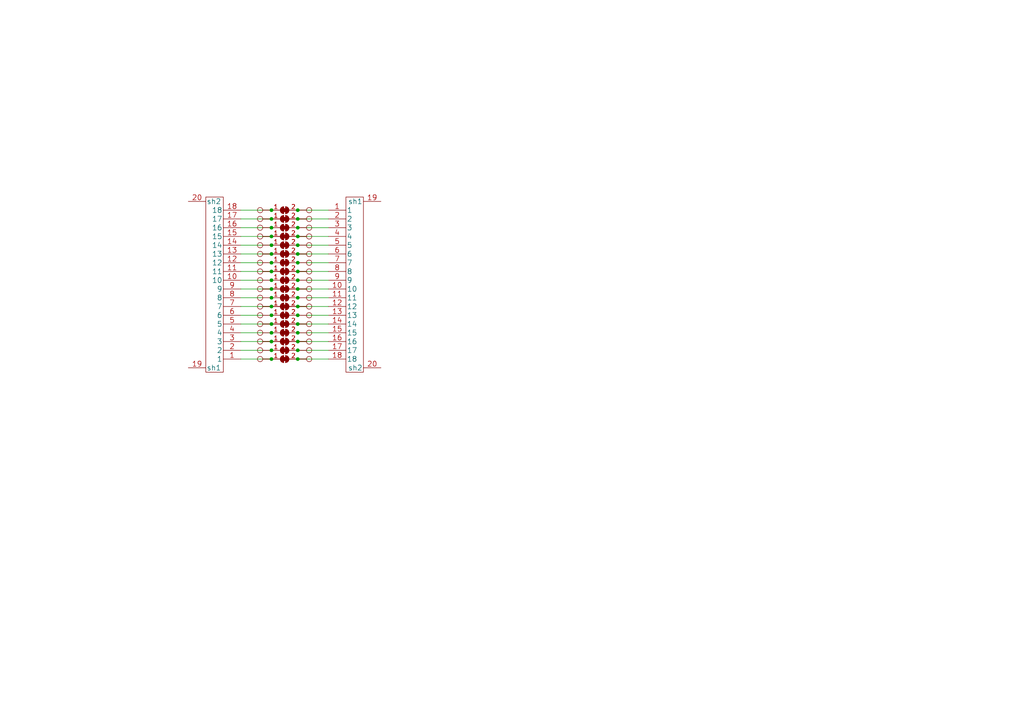
<source format=kicad_sch>
(kicad_sch (version 20211123) (generator eeschema)
  (paper "A4")
  (lib_symbols
    (symbol "Connector:TestPoint" (pin_numbers hide) (pin_names (offset 0.762) hide)
      (property "Reference" "TP" (at 0 6.858 0))
      (property "Value" "TestPoint" (at 0 5.08 0))
      (symbol "TestPoint_0_1"
        (circle (center 0 3.302) (radius 0.762))
      )
      (symbol "TestPoint_1_1"
        (pin passive line (at 0 0 90) (length 2.54) (name "1") (number "1"))
      )
    )
    (symbol "Jumper:SolderJumper_2_Bridged" (pin_names (offset 0) hide)
      (property "Reference" "JP" (at 0 2.032 0))
      (property "Value" "SolderJumper_2_Bridged" (at 0 -2.54 0))
      (symbol "SolderJumper_2_Bridged_0_1"
        (rectangle (start -0.508 0.508) (end 0.508 -0.508) (fill (type outline)))
        (arc (start -0.254 1.016) (mid -1.27 0) (end -0.254 -1.016))
        (arc (start -0.254 1.016) (mid -1.27 0) (end -0.254 -1.016) (fill (type outline)))
        (polyline (pts (xy -0.254 1.016) (xy -0.254 -1.016)))
        (polyline (pts (xy 0.254 1.016) (xy 0.254 -1.016)))
        (arc (start 0.254 -1.016) (mid 1.27 0) (end 0.254 1.016))
        (arc (start 0.254 -1.016) (mid 1.27 0) (end 0.254 1.016) (fill (type outline)))
      )
      (symbol "SolderJumper_2_Bridged_1_1"
        (pin passive line (at -3.81 0 0) (length 2.54) (name "A") (number "1"))
        (pin passive line (at 3.81 0 180) (length 2.54) (name "B") (number "2"))
      )
    )
    (symbol "XF2J-1824-12A:XF2J-1824-12A" (pin_names (offset 0.254))
      (property "Reference" "J" (at 11.43 -24.13 0))
      (property "Value" "XF2J-1824-12A" (at 20.32 -26.67 0))
      (symbol "XF2J-1824-12A_0_1"
        (rectangle (start 5.08 3.81) (end 10.16 -46.99))
      )
      (symbol "XF2J-1824-12A_1_1"
        (pin unspecified line (at 0 0 0) (length 5.08) (name "1") (number "1"))
        (pin unspecified line (at 0 -22.86 0) (length 5.08) (name "10") (number "10"))
        (pin unspecified line (at 0 -25.4 0) (length 5.08) (name "11") (number "11"))
        (pin unspecified line (at 0 -27.94 0) (length 5.08) (name "12") (number "12"))
        (pin unspecified line (at 0 -30.48 0) (length 5.08) (name "13") (number "13"))
        (pin unspecified line (at 0 -33.02 0) (length 5.08) (name "14") (number "14"))
        (pin unspecified line (at 0 -35.56 0) (length 5.08) (name "15") (number "15"))
        (pin unspecified line (at 0 -38.1 0) (length 5.08) (name "16") (number "16"))
        (pin unspecified line (at 0 -40.64 0) (length 5.08) (name "17") (number "17"))
        (pin unspecified line (at 0 -43.18 0) (length 5.08) (name "18") (number "18"))
        (pin unspecified line (at 15.24 2.54 180) (length 5.08) (name "sh1") (number "19"))
        (pin unspecified line (at 0 -2.54 0) (length 5.08) (name "2") (number "2"))
        (pin unspecified line (at 15.24 -45.72 180) (length 5.08) (name "sh2") (number "20"))
        (pin unspecified line (at 0 -5.08 0) (length 5.08) (name "3") (number "3"))
        (pin unspecified line (at 0 -7.62 0) (length 5.08) (name "4") (number "4"))
        (pin unspecified line (at 0 -10.16 0) (length 5.08) (name "5") (number "5"))
        (pin unspecified line (at 0 -12.7 0) (length 5.08) (name "6") (number "6"))
        (pin unspecified line (at 0 -15.24 0) (length 5.08) (name "7") (number "7"))
        (pin unspecified line (at 0 -17.78 0) (length 5.08) (name "8") (number "8"))
        (pin unspecified line (at 0 -20.32 0) (length 5.08) (name "9") (number "9"))
      )
    )
  )
  (junction (at 78.74 93.98))
  (junction (at 78.74 83.82))
  (junction (at 86.36 76.2))
  (junction (at 78.74 91.44))
  (junction (at 78.74 99.06))
  (junction (at 78.74 68.58))
  (junction (at 78.74 78.74))
  (junction (at 78.74 96.52))
  (junction (at 78.74 86.36))
  (junction (at 78.74 81.28))
  (junction (at 78.74 104.14))
  (junction (at 86.36 99.06))
  (junction (at 86.36 66.04))
  (junction (at 86.36 96.52))
  (junction (at 78.74 76.2))
  (junction (at 78.74 88.9))
  (junction (at 78.74 71.12))
  (junction (at 86.36 93.98))
  (junction (at 86.36 71.12))
  (junction (at 86.36 60.96))
  (junction (at 78.74 66.04))
  (junction (at 86.36 91.44))
  (junction (at 86.36 78.74))
  (junction (at 86.36 68.58))
  (junction (at 78.74 101.6))
  (junction (at 78.74 63.5))
  (junction (at 86.36 86.36))
  (junction (at 86.36 88.9))
  (junction (at 86.36 83.82))
  (junction (at 78.74 60.96))
  (junction (at 86.36 101.6))
  (junction (at 86.36 104.14))
  (junction (at 86.36 63.5))
  (junction (at 86.36 81.28))
  (junction (at 86.36 73.66))
  (junction (at 78.74 73.66))
  (wire (pts (xy 69.85 88.9) (xy 78.74 88.9)))
  (wire (pts (xy 69.85 101.6) (xy 78.74 101.6)))
  (wire (pts (xy 69.85 86.36) (xy 78.74 86.36)))
  (wire (pts (xy 86.36 63.5) (xy 95.25 63.5)))
  (wire (pts (xy 69.85 71.12) (xy 78.74 71.12)))
  (wire (pts (xy 69.85 81.28) (xy 78.74 81.28)))
  (wire (pts (xy 86.36 93.98) (xy 95.25 93.98)))
  (wire (pts (xy 86.36 73.66) (xy 95.25 73.66)))
  (wire (pts (xy 86.36 104.14) (xy 95.25 104.14)))
  (wire (pts (xy 69.85 96.52) (xy 78.74 96.52)))
  (wire (pts (xy 86.36 78.74) (xy 95.25 78.74)))
  (wire (pts (xy 86.36 91.44) (xy 95.25 91.44)))
  (wire (pts (xy 86.36 71.12) (xy 95.25 71.12)))
  (wire (pts (xy 86.36 88.9) (xy 95.25 88.9)))
  (wire (pts (xy 69.85 78.74) (xy 78.74 78.74)))
  (wire (pts (xy 86.36 96.52) (xy 95.25 96.52)))
  (wire (pts (xy 69.85 66.04) (xy 78.74 66.04)))
  (wire (pts (xy 86.36 101.6) (xy 95.25 101.6)))
  (wire (pts (xy 86.36 99.06) (xy 95.25 99.06)))
  (wire (pts (xy 69.85 68.58) (xy 78.74 68.58)))
  (wire (pts (xy 69.85 93.98) (xy 78.74 93.98)))
  (wire (pts (xy 69.85 76.2) (xy 78.74 76.2)))
  (wire (pts (xy 69.85 104.14) (xy 78.74 104.14)))
  (wire (pts (xy 69.85 73.66) (xy 78.74 73.66)))
  (wire (pts (xy 86.36 83.82) (xy 95.25 83.82)))
  (wire (pts (xy 86.36 66.04) (xy 95.25 66.04)))
  (wire (pts (xy 69.85 91.44) (xy 78.74 91.44)))
  (wire (pts (xy 86.36 60.96) (xy 95.25 60.96)))
  (wire (pts (xy 86.36 76.2) (xy 95.25 76.2)))
  (wire (pts (xy 69.85 63.5) (xy 78.74 63.5)))
  (wire (pts (xy 69.85 60.96) (xy 78.74 60.96)))
  (wire (pts (xy 86.36 68.58) (xy 95.25 68.58)))
  (wire (pts (xy 69.85 99.06) (xy 78.74 99.06)))
  (wire (pts (xy 69.85 83.82) (xy 78.74 83.82)))
  (wire (pts (xy 86.36 81.28) (xy 95.25 81.28)))
  (wire (pts (xy 86.36 86.36) (xy 95.25 86.36)))
  (symbol (lib_id "XF2J-1824-12A:XF2J-1824-12A") (at 95.25 60.96 0) (unit 1)
    (property "Reference" "J2" (effects hide))
    (property "Value" "XF2J-1824-12A" (effects hide))
    (property "Footprint" "00_Custom:XF2J-1824-12A" (effects hide))
    (property "LCSC" "C397324" (effects hide))
  )
  (symbol (lib_id "Connector:TestPoint") (at 86.36 104.14 270) (unit 1)
    (property "Reference" "TP36" (effects hide))
    (property "Value" "TestPoint" (effects hide))
    (property "Footprint" "Connector_Pin:Pin_D0.7mm_L6.5mm_W1.8mm_FlatFork" (effects hide))
  )
  (symbol (lib_id "Connector:TestPoint") (at 78.74 60.96 90) (unit 1)
    (property "Reference" "TP1" (effects hide))
    (property "Value" "TestPoint" (effects hide))
    (property "Footprint" "Connector_Pin:Pin_D0.7mm_L6.5mm_W1.8mm_FlatFork" (effects hide))
  )
  (symbol (lib_id "Jumper:SolderJumper_2_Bridged") (at 82.55 96.52 0) (unit 1)
    (property "Reference" "JP15" (effects hide))
    (property "Value" "SolderJumper_2_Bridged" (effects hide))
    (property "Footprint" "Jumper:SolderJumper-2_P1.3mm_Bridged_RoundedPad1.0x1.5mm" (effects hide))
  )
  (symbol (lib_id "XF2J-1824-12A:XF2J-1824-12A") (at 69.85 104.14 180) (unit 1)
    (property "Reference" "J1" (effects hide))
    (property "Value" "XF2J-1824-12A" (effects hide))
    (property "Footprint" "00_Custom:XF2J-1824-12A" (effects hide))
    (property "LCSC" "C397324" (effects hide))
  )
  (symbol (lib_id "Jumper:SolderJumper_2_Bridged") (at 82.55 81.28 0) (unit 1)
    (property "Reference" "JP9" (effects hide))
    (property "Value" "SolderJumper_2_Bridged" (effects hide))
    (property "Footprint" "Jumper:SolderJumper-2_P1.3mm_Bridged_RoundedPad1.0x1.5mm" (effects hide))
  )
  (symbol (lib_id "Connector:TestPoint") (at 86.36 93.98 270) (unit 1)
    (property "Reference" "TP32" (effects hide))
    (property "Value" "TestPoint" (effects hide))
    (property "Footprint" "Connector_Pin:Pin_D0.7mm_L6.5mm_W1.8mm_FlatFork" (effects hide))
  )
  (symbol (lib_id "Connector:TestPoint") (at 78.74 104.14 90) (unit 1)
    (property "Reference" "TP18" (effects hide))
    (property "Value" "TestPoint" (effects hide))
    (property "Footprint" "Connector_Pin:Pin_D0.7mm_L6.5mm_W1.8mm_FlatFork" (effects hide))
  )
  (symbol (lib_id "Connector:TestPoint") (at 78.74 68.58 90) (unit 1)
    (property "Reference" "TP4" (effects hide))
    (property "Value" "TestPoint" (effects hide))
    (property "Footprint" "Connector_Pin:Pin_D0.7mm_L6.5mm_W1.8mm_FlatFork" (effects hide))
  )
  (symbol (lib_id "Connector:TestPoint") (at 78.74 86.36 90) (unit 1)
    (property "Reference" "TP11" (effects hide))
    (property "Value" "TestPoint" (effects hide))
    (property "Footprint" "Connector_Pin:Pin_D0.7mm_L6.5mm_W1.8mm_FlatFork" (effects hide))
  )
  (symbol (lib_id "Connector:TestPoint") (at 86.36 101.6 270) (unit 1)
    (property "Reference" "TP35" (effects hide))
    (property "Value" "TestPoint" (effects hide))
    (property "Footprint" "Connector_Pin:Pin_D0.7mm_L6.5mm_W1.8mm_FlatFork" (effects hide))
  )
  (symbol (lib_id "Connector:TestPoint") (at 86.36 66.04 270) (unit 1)
    (property "Reference" "TP21" (effects hide))
    (property "Value" "TestPoint" (effects hide))
    (property "Footprint" "Connector_Pin:Pin_D0.7mm_L6.5mm_W1.8mm_FlatFork" (effects hide))
  )
  (symbol (lib_id "Connector:TestPoint") (at 78.74 101.6 90) (unit 1)
    (property "Reference" "TP17" (effects hide))
    (property "Value" "TestPoint" (effects hide))
    (property "Footprint" "Connector_Pin:Pin_D0.7mm_L6.5mm_W1.8mm_FlatFork" (effects hide))
  )
  (symbol (lib_id "Connector:TestPoint") (at 78.74 71.12 90) (unit 1)
    (property "Reference" "TP5" (effects hide))
    (property "Value" "TestPoint" (effects hide))
    (property "Footprint" "Connector_Pin:Pin_D0.7mm_L6.5mm_W1.8mm_FlatFork" (effects hide))
  )
  (symbol (lib_id "Connector:TestPoint") (at 78.74 81.28 90) (unit 1)
    (property "Reference" "TP9" (effects hide))
    (property "Value" "TestPoint" (effects hide))
    (property "Footprint" "Connector_Pin:Pin_D0.7mm_L6.5mm_W1.8mm_FlatFork" (effects hide))
  )
  (symbol (lib_id "Jumper:SolderJumper_2_Bridged") (at 82.55 99.06 0) (unit 1)
    (property "Reference" "JP16" (effects hide))
    (property "Value" "SolderJumper_2_Bridged" (effects hide))
    (property "Footprint" "Jumper:SolderJumper-2_P1.3mm_Bridged_RoundedPad1.0x1.5mm" (effects hide))
  )
  (symbol (lib_id "Connector:TestPoint") (at 86.36 88.9 270) (unit 1)
    (property "Reference" "TP30" (effects hide))
    (property "Value" "TestPoint" (effects hide))
    (property "Footprint" "Connector_Pin:Pin_D0.7mm_L6.5mm_W1.8mm_FlatFork" (effects hide))
  )
  (symbol (lib_id "Jumper:SolderJumper_2_Bridged") (at 82.55 83.82 0) (unit 1)
    (property "Reference" "JP10" (effects hide))
    (property "Value" "SolderJumper_2_Bridged" (effects hide))
    (property "Footprint" "Jumper:SolderJumper-2_P1.3mm_Bridged_RoundedPad1.0x1.5mm" (effects hide))
  )
  (symbol (lib_id "Connector:TestPoint") (at 78.74 76.2 90) (unit 1)
    (property "Reference" "TP7" (effects hide))
    (property "Value" "TestPoint" (effects hide))
    (property "Footprint" "Connector_Pin:Pin_D0.7mm_L6.5mm_W1.8mm_FlatFork" (effects hide))
  )
  (symbol (lib_id "Connector:TestPoint") (at 86.36 71.12 270) (unit 1)
    (property "Reference" "TP23" (effects hide))
    (property "Value" "TestPoint" (effects hide))
    (property "Footprint" "Connector_Pin:Pin_D0.7mm_L6.5mm_W1.8mm_FlatFork" (effects hide))
  )
  (symbol (lib_id "Connector:TestPoint") (at 86.36 68.58 270) (unit 1)
    (property "Reference" "TP22" (effects hide))
    (property "Value" "TestPoint" (effects hide))
    (property "Footprint" "Connector_Pin:Pin_D0.7mm_L6.5mm_W1.8mm_FlatFork" (effects hide))
  )
  (symbol (lib_id "Connector:TestPoint") (at 78.74 96.52 90) (unit 1)
    (property "Reference" "TP15" (effects hide))
    (property "Value" "TestPoint" (effects hide))
    (property "Footprint" "Connector_Pin:Pin_D0.7mm_L6.5mm_W1.8mm_FlatFork" (effects hide))
  )
  (symbol (lib_id "Connector:TestPoint") (at 86.36 83.82 270) (unit 1)
    (property "Reference" "TP28" (effects hide))
    (property "Value" "TestPoint" (effects hide))
    (property "Footprint" "Connector_Pin:Pin_D0.7mm_L6.5mm_W1.8mm_FlatFork" (effects hide))
  )
  (symbol (lib_id "Jumper:SolderJumper_2_Bridged") (at 82.55 101.6 0) (unit 1)
    (property "Reference" "JP17" (effects hide))
    (property "Value" "SolderJumper_2_Bridged" (effects hide))
    (property "Footprint" "Jumper:SolderJumper-2_P1.3mm_Bridged_RoundedPad1.0x1.5mm" (effects hide))
  )
  (symbol (lib_id "Connector:TestPoint") (at 78.74 66.04 90) (unit 1)
    (property "Reference" "TP3" (effects hide))
    (property "Value" "TestPoint" (effects hide))
    (property "Footprint" "Connector_Pin:Pin_D0.7mm_L6.5mm_W1.8mm_FlatFork" (effects hide))
  )
  (symbol (lib_id "Connector:TestPoint") (at 78.74 88.9 90) (unit 1)
    (property "Reference" "TP12" (effects hide))
    (property "Value" "TestPoint" (effects hide))
    (property "Footprint" "Connector_Pin:Pin_D0.7mm_L6.5mm_W1.8mm_FlatFork" (effects hide))
  )
  (symbol (lib_id "Jumper:SolderJumper_2_Bridged") (at 82.55 88.9 0) (unit 1)
    (property "Reference" "JP12" (effects hide))
    (property "Value" "SolderJumper_2_Bridged" (effects hide))
    (property "Footprint" "Jumper:SolderJumper-2_P1.3mm_Bridged_RoundedPad1.0x1.5mm" (effects hide))
  )
  (symbol (lib_id "Jumper:SolderJumper_2_Bridged") (at 82.55 86.36 0) (unit 1)
    (property "Reference" "JP11" (effects hide))
    (property "Value" "SolderJumper_2_Bridged" (effects hide))
    (property "Footprint" "Jumper:SolderJumper-2_P1.3mm_Bridged_RoundedPad1.0x1.5mm" (effects hide))
  )
  (symbol (lib_id "Connector:TestPoint") (at 86.36 76.2 270) (unit 1)
    (property "Reference" "TP25" (effects hide))
    (property "Value" "TestPoint" (effects hide))
    (property "Footprint" "Connector_Pin:Pin_D0.7mm_L6.5mm_W1.8mm_FlatFork" (effects hide))
  )
  (symbol (lib_id "Connector:TestPoint") (at 78.74 91.44 90) (unit 1)
    (property "Reference" "TP13" (effects hide))
    (property "Value" "TestPoint" (effects hide))
    (property "Footprint" "Connector_Pin:Pin_D0.7mm_L6.5mm_W1.8mm_FlatFork" (effects hide))
  )
  (symbol (lib_id "Connector:TestPoint") (at 78.74 78.74 90) (unit 1)
    (property "Reference" "TP8" (effects hide))
    (property "Value" "TestPoint" (effects hide))
    (property "Footprint" "Connector_Pin:Pin_D0.7mm_L6.5mm_W1.8mm_FlatFork" (effects hide))
  )
  (symbol (lib_id "Connector:TestPoint") (at 78.74 63.5 90) (unit 1)
    (property "Reference" "TP2" (effects hide))
    (property "Value" "TestPoint" (effects hide))
    (property "Footprint" "Connector_Pin:Pin_D0.7mm_L6.5mm_W1.8mm_FlatFork" (effects hide))
  )
  (symbol (lib_id "Connector:TestPoint") (at 78.74 83.82 90) (unit 1)
    (property "Reference" "TP10" (effects hide))
    (property "Value" "TestPoint" (effects hide))
    (property "Footprint" "Connector_Pin:Pin_D0.7mm_L6.5mm_W1.8mm_FlatFork" (effects hide))
  )
  (symbol (lib_id "Jumper:SolderJumper_2_Bridged") (at 82.55 93.98 0) (unit 1)
    (property "Reference" "JP14" (effects hide))
    (property "Value" "SolderJumper_2_Bridged" (effects hide))
    (property "Footprint" "Jumper:SolderJumper-2_P1.3mm_Bridged_RoundedPad1.0x1.5mm" (effects hide))
  )
  (symbol (lib_id "Connector:TestPoint") (at 86.36 86.36 270) (unit 1)
    (property "Reference" "TP29" (effects hide))
    (property "Value" "TestPoint" (effects hide))
    (property "Footprint" "Connector_Pin:Pin_D0.7mm_L6.5mm_W1.8mm_FlatFork" (effects hide))
  )
  (symbol (lib_id "Connector:TestPoint") (at 86.36 96.52 270) (unit 1)
    (property "Reference" "TP33" (effects hide))
    (property "Value" "TestPoint" (effects hide))
    (property "Footprint" "Connector_Pin:Pin_D0.7mm_L6.5mm_W1.8mm_FlatFork" (effects hide))
  )
  (symbol (lib_id "Connector:TestPoint") (at 78.74 93.98 90) (unit 1)
    (property "Reference" "TP14" (effects hide))
    (property "Value" "TestPoint" (effects hide))
    (property "Footprint" "Connector_Pin:Pin_D0.7mm_L6.5mm_W1.8mm_FlatFork" (effects hide))
  )
  (symbol (lib_id "Jumper:SolderJumper_2_Bridged") (at 82.55 63.5 0) (unit 1)
    (property "Reference" "JP2" (effects hide))
    (property "Value" "SolderJumper_2_Bridged" (effects hide))
    (property "Footprint" "Jumper:SolderJumper-2_P1.3mm_Bridged_RoundedPad1.0x1.5mm" (effects hide))
  )
  (symbol (lib_id "Connector:TestPoint") (at 78.74 99.06 90) (unit 1)
    (property "Reference" "TP16" (effects hide))
    (property "Value" "TestPoint" (effects hide))
    (property "Footprint" "Connector_Pin:Pin_D0.7mm_L6.5mm_W1.8mm_FlatFork" (effects hide))
  )
  (symbol (lib_id "Connector:TestPoint") (at 86.36 91.44 270) (unit 1)
    (property "Reference" "TP31" (effects hide))
    (property "Value" "TestPoint" (effects hide))
    (property "Footprint" "Connector_Pin:Pin_D0.7mm_L6.5mm_W1.8mm_FlatFork" (effects hide))
  )
  (symbol (lib_id "Jumper:SolderJumper_2_Bridged") (at 82.55 60.96 0) (unit 1)
    (property "Reference" "JP1" (effects hide))
    (property "Value" "SolderJumper_2_Bridged" (effects hide))
    (property "Footprint" "Jumper:SolderJumper-2_P1.3mm_Bridged_RoundedPad1.0x1.5mm" (effects hide))
  )
  (symbol (lib_id "Connector:TestPoint") (at 78.74 73.66 90) (unit 1)
    (property "Reference" "TP6" (effects hide))
    (property "Value" "TestPoint" (effects hide))
    (property "Footprint" "Connector_Pin:Pin_D0.7mm_L6.5mm_W1.8mm_FlatFork" (effects hide))
  )
  (symbol (lib_id "Jumper:SolderJumper_2_Bridged") (at 82.55 71.12 0) (unit 1)
    (property "Reference" "JP5" (effects hide))
    (property "Value" "SolderJumper_2_Bridged" (effects hide))
    (property "Footprint" "Jumper:SolderJumper-2_P1.3mm_Bridged_RoundedPad1.0x1.5mm" (effects hide))
  )
  (symbol (lib_id "Connector:TestPoint") (at 86.36 73.66 270) (unit 1)
    (property "Reference" "TP24" (effects hide))
    (property "Value" "TestPoint" (effects hide))
    (property "Footprint" "Connector_Pin:Pin_D0.7mm_L6.5mm_W1.8mm_FlatFork" (effects hide))
  )
  (symbol (lib_id "Jumper:SolderJumper_2_Bridged") (at 82.55 78.74 0) (unit 1)
    (property "Reference" "JP8" (effects hide))
    (property "Value" "SolderJumper_2_Bridged" (effects hide))
    (property "Footprint" "Jumper:SolderJumper-2_P1.3mm_Bridged_RoundedPad1.0x1.5mm" (effects hide))
  )
  (symbol (lib_id "Jumper:SolderJumper_2_Bridged") (at 82.55 73.66 0) (unit 1)
    (property "Reference" "JP6" (effects hide))
    (property "Value" "SolderJumper_2_Bridged" (effects hide))
    (property "Footprint" "Jumper:SolderJumper-2_P1.3mm_Bridged_RoundedPad1.0x1.5mm" (effects hide))
  )
  (symbol (lib_id "Connector:TestPoint") (at 86.36 60.96 270) (unit 1)
    (property "Reference" "TP19" (effects hide))
    (property "Value" "TestPoint" (effects hide))
    (property "Footprint" "Connector_Pin:Pin_D0.7mm_L6.5mm_W1.8mm_FlatFork" (effects hide))
  )
  (symbol (lib_id "Jumper:SolderJumper_2_Bridged") (at 82.55 91.44 0) (unit 1)
    (property "Reference" "JP13" (effects hide))
    (property "Value" "SolderJumper_2_Bridged" (effects hide))
    (property "Footprint" "Jumper:SolderJumper-2_P1.3mm_Bridged_RoundedPad1.0x1.5mm" (effects hide))
  )
  (symbol (lib_id "Connector:TestPoint") (at 86.36 78.74 270) (unit 1)
    (property "Reference" "TP26" (effects hide))
    (property "Value" "TestPoint" (effects hide))
    (property "Footprint" "Connector_Pin:Pin_D0.7mm_L6.5mm_W1.8mm_FlatFork" (effects hide))
  )
  (symbol (lib_id "Jumper:SolderJumper_2_Bridged") (at 82.55 76.2 0) (unit 1)
    (property "Reference" "JP7" (effects hide))
    (property "Value" "SolderJumper_2_Bridged" (effects hide))
    (property "Footprint" "Jumper:SolderJumper-2_P1.3mm_Bridged_RoundedPad1.0x1.5mm" (effects hide))
  )
  (symbol (lib_id "Jumper:SolderJumper_2_Bridged") (at 82.55 66.04 0) (unit 1)
    (property "Reference" "JP3" (effects hide))
    (property "Value" "SolderJumper_2_Bridged" (effects hide))
    (property "Footprint" "Jumper:SolderJumper-2_P1.3mm_Bridged_RoundedPad1.0x1.5mm" (effects hide))
  )
  (symbol (lib_id "Connector:TestPoint") (at 86.36 63.5 270) (unit 1)
    (property "Reference" "TP20" (effects hide))
    (property "Value" "TestPoint" (effects hide))
    (property "Footprint" "Connector_Pin:Pin_D0.7mm_L6.5mm_W1.8mm_FlatFork" (effects hide))
  )
  (symbol (lib_id "Jumper:SolderJumper_2_Bridged") (at 82.55 68.58 0) (unit 1)
    (property "Reference" "JP4" (effects hide))
    (property "Value" "SolderJumper_2_Bridged" (effects hide))
    (property "Footprint" "Jumper:SolderJumper-2_P1.3mm_Bridged_RoundedPad1.0x1.5mm" (effects hide))
  )
  (symbol (lib_id "Connector:TestPoint") (at 86.36 99.06 270) (unit 1)
    (property "Reference" "TP34" (effects hide))
    (property "Value" "TestPoint" (effects hide))
    (property "Footprint" "Connector_Pin:Pin_D0.7mm_L6.5mm_W1.8mm_FlatFork" (effects hide))
  )
  (symbol (lib_id "Connector:TestPoint") (at 86.36 81.28 270) (unit 1)
    (property "Reference" "TP27" (effects hide))
    (property "Value" "TestPoint" (effects hide))
    (property "Footprint" "Connector_Pin:Pin_D0.7mm_L6.5mm_W1.8mm_FlatFork" (effects hide))
  )
  (symbol (lib_id "Jumper:SolderJumper_2_Bridged") (at 82.55 104.14 0) (unit 1)
    (property "Reference" "JP18" (effects hide))
    (property "Value" "SolderJumper_2_Bridged" (effects hide))
    (property "Footprint" "Jumper:SolderJumper-2_P1.3mm_Bridged_RoundedPad1.0x1.5mm" (effects hide))
  )
)
</source>
